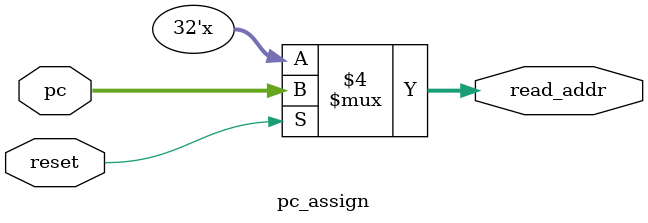
<source format=v>


`timescale 1ns/10ps

module pc_assign (
    reset,
    read_addr,
    pc
);


input reset;
output [31:0] read_addr;
reg [31:0] read_addr;
input [31:0] pc;




always @(pc, reset) begin: PC_ASSIGN_ASSIGN
    if ((reset == 1)) begin
        read_addr = pc;
    end
end

endmodule

</source>
